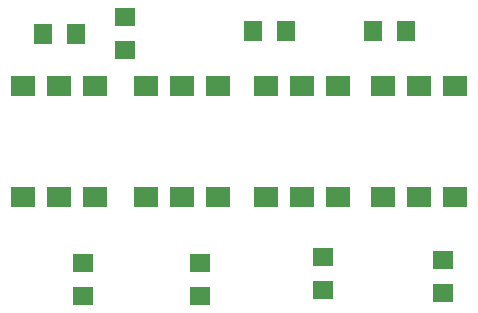
<source format=gtp>
G04 ---------------------------- Layer name :TOP PASTER LAYER*
G04 Sat, 24 Nov 2018 04:00:05 GMT*
G04 67e7144068ef4060983f5ba8a8309223*
G04 Gerber Generator version 0.2*
G04 Scale: 100 percent, Rotated: No, Reflected: No *
G04 Dimensions in inches *
G04 leading zeros omitted , absolute positions ,2 integer and 4 decimal *
%FSLAX24Y24*%
%MOIN*%
G90*
G70D02*

%ADD17R,0.078740X0.070866*%
%ADD18R,0.070900X0.063000*%
%ADD19R,0.063000X0.070900*%

G04 ---------------------------- copperAreaA Start*

G04 ---------------------------- copperAreaA End*

G04 ---------------------------- planeZoneA Start*

G04 ---------------------------- planeZoneA End*

G04 ---------------------------- Positive polarity*

%LPD*%

G04 ---------------------------- track start*

G04 ---------------------------- track end*

G04 ---------------------------- text start*

G04 ---------------------------- text end*

G04 ---------------------------- protractor start*

G04 ---------------------------- protractor end*

G04 ---------------------------- PAD Start*
G54D17*
G01X20599Y16550D03*
G01X19402Y16550D03*
G01X18206Y16550D03*
G01X18200Y12850D03*
G01X19398Y12851D03*
G01X20594Y12851D03*
G54D18*
G01X9600Y18850D03*
G01X9600Y17750D03*
G54D19*
G01X13850Y18399D03*
G01X14950Y18399D03*
G01X17850Y18400D03*
G01X18950Y18400D03*
G54D18*
G01X8200Y10650D03*
G01X8200Y9550D03*
G54D17*
G01X8599Y16550D03*
G01X7402Y16550D03*
G01X6206Y16550D03*
G01X6200Y12850D03*
G01X7398Y12851D03*
G01X8594Y12851D03*
G54D19*
G01X6850Y18299D03*
G01X7950Y18299D03*
G54D18*
G01X12100Y10650D03*
G01X12100Y9550D03*
G54D17*
G01X12699Y16550D03*
G01X11502Y16550D03*
G01X10306Y16550D03*
G01X10300Y12850D03*
G01X11498Y12851D03*
G01X12694Y12851D03*
G54D18*
G01X16200Y10850D03*
G01X16200Y9750D03*
G54D17*
G01X16699Y16550D03*
G01X15502Y16550D03*
G01X14306Y16550D03*
G01X14300Y12850D03*
G01X15498Y12851D03*
G01X16694Y12851D03*
G54D18*
G01X20200Y10750D03*
G01X20200Y9650D03*

G04 ---------------------------- PAD End*

G04 ---------------------------- ARC Start*

G04 ---------------------------- ARC End*

G04 ---------------------------- CIRCLE Start*

G04 ---------------------------- CIRCLE End*

G04 ---------------------------- RECT Start*

G04 ---------------------------- RECT End*

G04 ---------------------------- SOLIDREGION Start*

G04 ---------------------------- SOLIDREGION End*

G04 ---------------------------- ALL layer Pad Via Start*

G04 ---------------------------- ALL layer Pad Via End*
M00*
M02*

</source>
